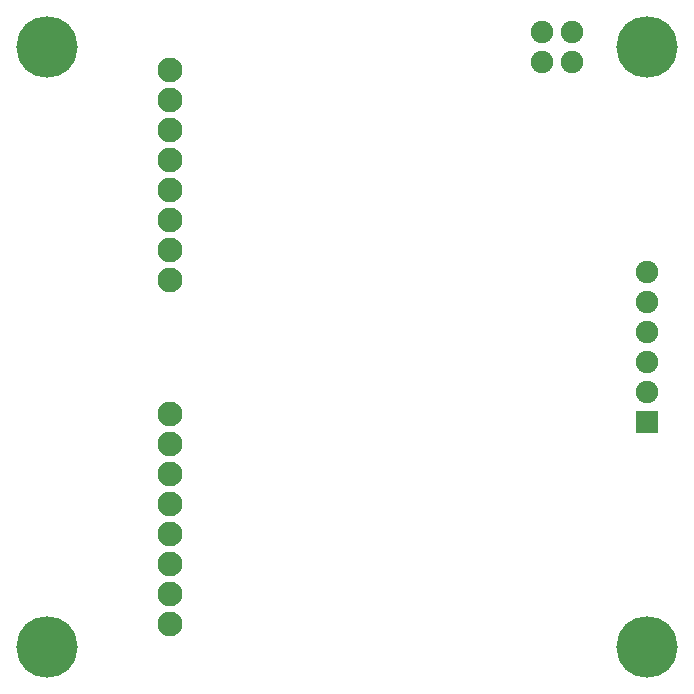
<source format=gbs>
G04 Layer: BottomSolderMaskLayer*
G04 EasyEDA v6.5.29, 2023-07-18 11:26:45*
G04 cfaeab296f654171ba214e89deb0133b,5a6b42c53f6a479593ecc07194224c93,10*
G04 Gerber Generator version 0.2*
G04 Scale: 100 percent, Rotated: No, Reflected: No *
G04 Dimensions in millimeters *
G04 leading zeros omitted , absolute positions ,4 integer and 5 decimal *
%FSLAX45Y45*%
%MOMM*%

%AMMACRO1*1,1,$1,$2,$3*1,1,$1,$4,$5*1,1,$1,0-$2,0-$3*1,1,$1,0-$4,0-$5*20,1,$1,$2,$3,$4,$5,0*20,1,$1,$4,$5,0-$2,0-$3,0*20,1,$1,0-$2,0-$3,0-$4,0-$5,0*20,1,$1,0-$4,0-$5,$2,$3,0*4,1,4,$2,$3,$4,$5,0-$2,0-$3,0-$4,0-$5,$2,$3,0*%
%ADD10C,1.9016*%
%ADD11MACRO1,0.1016X-0.9X-0.9X-0.9X0.9*%
%ADD12C,5.2032*%
%ADD13C,2.1016*%

%LPD*%
D10*
G01*
X5461000Y3556000D03*
G01*
X5461000Y3302000D03*
G01*
X5461000Y3048000D03*
G01*
X5461000Y2794000D03*
G01*
X5461000Y2540000D03*
D11*
G01*
X5461000Y2286000D03*
D12*
G01*
X5461000Y381000D03*
G01*
X381000Y381000D03*
G01*
X381000Y5461000D03*
G01*
X5461000Y5461000D03*
D13*
G01*
X1418793Y5260594D03*
G01*
X1418793Y5006594D03*
G01*
X1418793Y4752594D03*
G01*
X1418793Y4498594D03*
G01*
X1418793Y4244594D03*
G01*
X1418793Y3990594D03*
G01*
X1418793Y3736594D03*
G01*
X1418793Y3482594D03*
G01*
X1418818Y574294D03*
G01*
X1418818Y828294D03*
G01*
X1418818Y1082294D03*
G01*
X1418818Y1336294D03*
G01*
X1418818Y1590294D03*
G01*
X1418818Y1844294D03*
G01*
X1418818Y2098294D03*
G01*
X1418818Y2352294D03*
D10*
G01*
X4826000Y5588000D03*
G01*
X4826000Y5334000D03*
G01*
X4572000Y5334000D03*
G01*
X4572000Y5588000D03*
M02*

</source>
